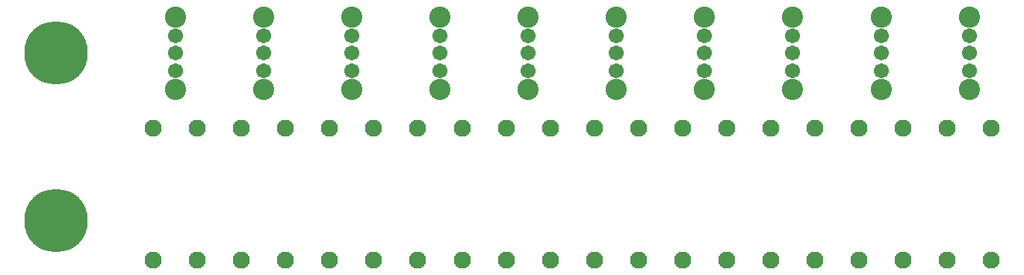
<source format=gbs>
G04*
G04 #@! TF.GenerationSoftware,Altium Limited,Altium Designer,18.1.9 (240)*
G04*
G04 Layer_Color=16711935*
%FSLAX25Y25*%
%MOIN*%
G70*
G01*
G75*
%ADD10C,0.07690*%
%ADD12C,0.09461*%
%ADD13C,0.06706*%
%ADD19C,0.28359*%
D10*
X452756Y98425D02*
D03*
Y39370D02*
D03*
X433071Y98425D02*
D03*
Y39370D02*
D03*
X413386Y98425D02*
D03*
Y39370D02*
D03*
X393701Y98425D02*
D03*
Y39370D02*
D03*
X374016Y98425D02*
D03*
Y39370D02*
D03*
X354331Y98425D02*
D03*
Y39370D02*
D03*
X334646Y98425D02*
D03*
Y39370D02*
D03*
X314961Y98425D02*
D03*
Y39370D02*
D03*
X295275Y98425D02*
D03*
Y39370D02*
D03*
X275590Y98425D02*
D03*
Y39370D02*
D03*
X255905Y98425D02*
D03*
Y39370D02*
D03*
X236220Y98425D02*
D03*
Y39370D02*
D03*
X216535Y98425D02*
D03*
Y39370D02*
D03*
X196850Y98425D02*
D03*
Y39370D02*
D03*
X177165Y98425D02*
D03*
Y39370D02*
D03*
X157480Y98425D02*
D03*
Y39370D02*
D03*
X137795Y98425D02*
D03*
Y39370D02*
D03*
X118110Y98425D02*
D03*
Y39370D02*
D03*
X98425Y98425D02*
D03*
Y39370D02*
D03*
X78740Y98425D02*
D03*
Y39370D02*
D03*
D12*
X442913Y115689D02*
D03*
Y147972D02*
D03*
X403543Y115689D02*
D03*
Y147972D02*
D03*
X364173Y115689D02*
D03*
Y147972D02*
D03*
X324803Y115689D02*
D03*
Y147972D02*
D03*
X285433Y115689D02*
D03*
Y147972D02*
D03*
X246063Y115689D02*
D03*
Y147972D02*
D03*
X206693Y115689D02*
D03*
Y147972D02*
D03*
X167323Y115689D02*
D03*
Y147972D02*
D03*
X127953Y115689D02*
D03*
Y147972D02*
D03*
X88583Y115689D02*
D03*
Y147972D02*
D03*
D13*
X442913Y139705D02*
D03*
Y123957D02*
D03*
Y131831D02*
D03*
X403543Y139705D02*
D03*
Y123957D02*
D03*
Y131831D02*
D03*
X364173Y139705D02*
D03*
Y123957D02*
D03*
Y131831D02*
D03*
X324803Y139705D02*
D03*
Y123957D02*
D03*
Y131831D02*
D03*
X285433Y139705D02*
D03*
Y123957D02*
D03*
Y131831D02*
D03*
X246063Y139705D02*
D03*
Y123957D02*
D03*
Y131831D02*
D03*
X206693Y139705D02*
D03*
Y123957D02*
D03*
Y131831D02*
D03*
X167323Y139705D02*
D03*
Y123957D02*
D03*
Y131831D02*
D03*
X127953Y139705D02*
D03*
Y123957D02*
D03*
Y131831D02*
D03*
X88583Y139705D02*
D03*
Y123957D02*
D03*
Y131831D02*
D03*
D19*
X35433Y132087D02*
D03*
Y57087D02*
D03*
M02*

</source>
